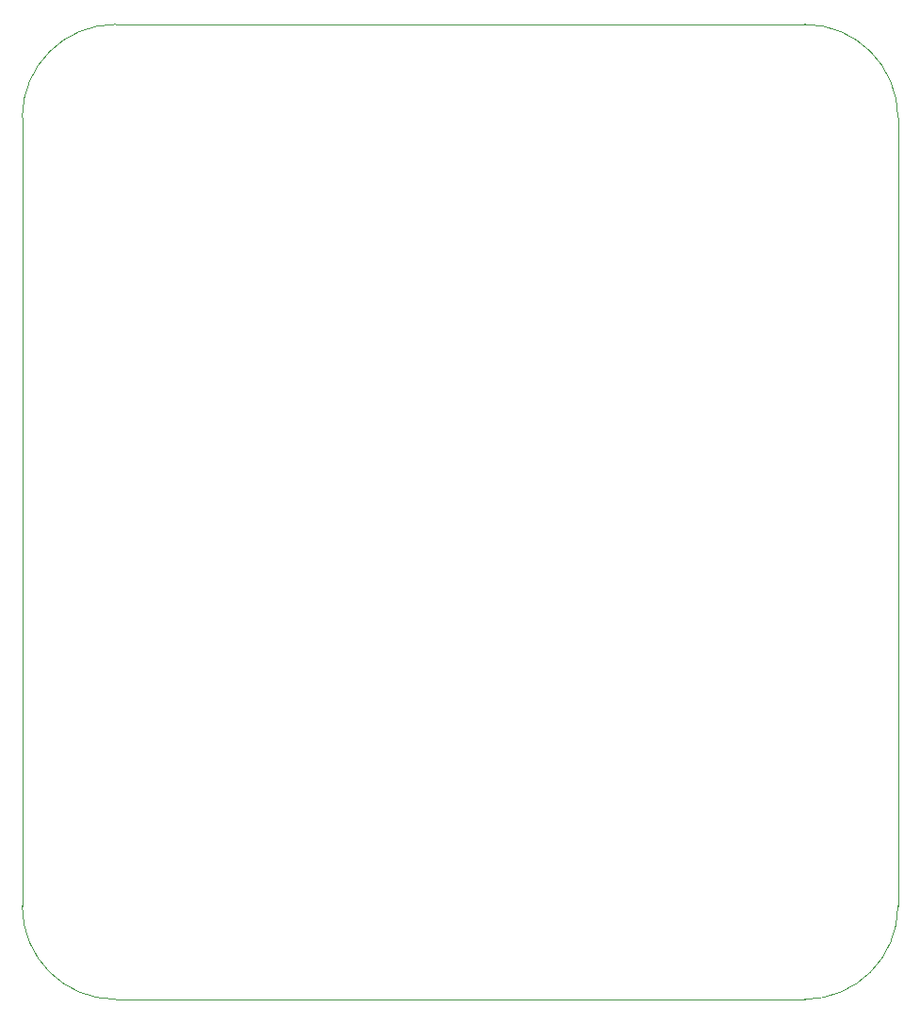
<source format=gbr>
%TF.GenerationSoftware,KiCad,Pcbnew,(5.1.7)-1*%
%TF.CreationDate,2021-08-17T05:12:29+02:00*%
%TF.ProjectId,dumper,64756d70-6572-42e6-9b69-6361645f7063,rev?*%
%TF.SameCoordinates,Original*%
%TF.FileFunction,Profile,NP*%
%FSLAX46Y46*%
G04 Gerber Fmt 4.6, Leading zero omitted, Abs format (unit mm)*
G04 Created by KiCad (PCBNEW (5.1.7)-1) date 2021-08-17 05:12:29*
%MOMM*%
%LPD*%
G01*
G04 APERTURE LIST*
%TA.AperFunction,Profile*%
%ADD10C,0.050000*%
%TD*%
G04 APERTURE END LIST*
D10*
X137922000Y-140970000D02*
G75*
G02*
X129540000Y-132588000I0J8382000D01*
G01*
X199898000Y-53340000D02*
G75*
G02*
X208280000Y-61722000I0J-8382000D01*
G01*
X129540000Y-61722000D02*
G75*
G02*
X137922000Y-53340000I8382000J0D01*
G01*
X208280000Y-132588000D02*
G75*
G02*
X199898000Y-140970000I-8382000J0D01*
G01*
X137922000Y-53340000D02*
X199898000Y-53340000D01*
X129540000Y-132588000D02*
X129540000Y-61722000D01*
X139700000Y-140970000D02*
X137922000Y-140970000D01*
X199898000Y-140970000D02*
X139700000Y-140970000D01*
X208280000Y-132588000D02*
X208280000Y-61722000D01*
M02*

</source>
